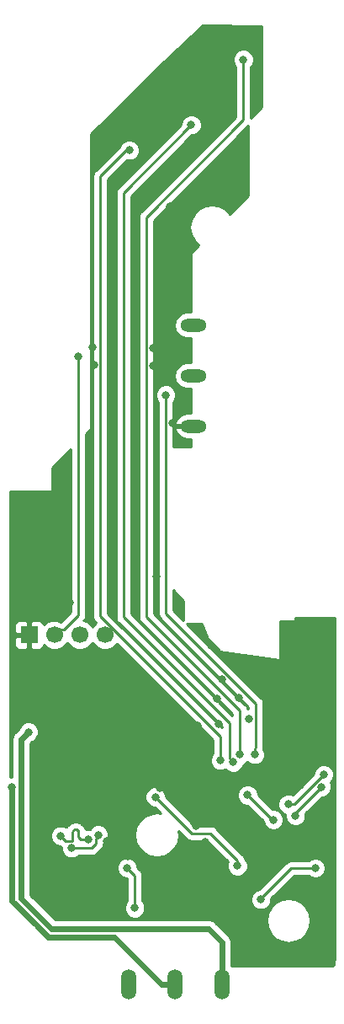
<source format=gbr>
G04 #@! TF.GenerationSoftware,KiCad,Pcbnew,(6.0.0-rc1-dev-1027-g90233e5ec)*
G04 #@! TF.CreationDate,2019-01-09T23:19:54+01:00*
G04 #@! TF.ProjectId,eBoard_remote_control,65426F6172645F72656D6F74655F636F,rev?*
G04 #@! TF.SameCoordinates,Original*
G04 #@! TF.FileFunction,Copper,L2,Bot*
G04 #@! TF.FilePolarity,Positive*
%FSLAX46Y46*%
G04 Gerber Fmt 4.6, Leading zero omitted, Abs format (unit mm)*
G04 Created by KiCad (PCBNEW (6.0.0-rc1-dev-1027-g90233e5ec)) date 09.01.2019 23.19.54*
%MOMM*%
%LPD*%
G01*
G04 APERTURE LIST*
G04 #@! TA.AperFunction,ComponentPad*
%ADD10O,2.616000X1.308000*%
G04 #@! TD*
G04 #@! TA.AperFunction,ComponentPad*
%ADD11O,1.508000X3.016000*%
G04 #@! TD*
G04 #@! TA.AperFunction,ComponentPad*
%ADD12C,1.700000*%
G04 #@! TD*
G04 #@! TA.AperFunction,ComponentPad*
%ADD13R,1.700000X1.700000*%
G04 #@! TD*
G04 #@! TA.AperFunction,ViaPad*
%ADD14C,0.800000*%
G04 #@! TD*
G04 #@! TA.AperFunction,Conductor*
%ADD15C,0.250000*%
G04 #@! TD*
G04 #@! TA.AperFunction,Conductor*
%ADD16C,0.600000*%
G04 #@! TD*
G04 #@! TA.AperFunction,Conductor*
%ADD17C,0.254000*%
G04 #@! TD*
G04 APERTURE END LIST*
D10*
G04 #@! TO.P,S1,P1*
G04 #@! TO.N,GND*
X196606160Y-98811080D03*
G04 #@! TO.P,S1,P3*
G04 #@! TO.N,Net-(S1-PadP3)*
X196606160Y-88651080D03*
G04 #@! TO.P,S1,P2*
G04 #@! TO.N,/P0.07*
X196606160Y-93731080D03*
G04 #@! TD*
D11*
G04 #@! TO.P,S2,2*
G04 #@! TO.N,VBAT*
X194716400Y-154914600D03*
G04 #@! TO.P,S2,1*
G04 #@! TO.N,/VBB*
X199416400Y-154914600D03*
G04 #@! TO.P,S2,3*
G04 #@! TO.N,Net-(S2-Pad3)*
X190016400Y-154914600D03*
G04 #@! TD*
D12*
G04 #@! TO.P,DIS1,SDA*
G04 #@! TO.N,/SDA*
X187645040Y-119781320D03*
G04 #@! TO.P,DIS1,SCL*
G04 #@! TO.N,/SCL*
X185105040Y-119781320D03*
G04 #@! TO.P,DIS1,VCC*
G04 #@! TO.N,3.3V*
X182565040Y-119781320D03*
D13*
G04 #@! TO.P,DIS1,GND*
G04 #@! TO.N,GND*
X180025040Y-119781320D03*
G04 #@! TD*
D14*
G04 #@! TO.N,*
X202148440Y-128264920D03*
G04 #@! TO.N,GND*
X180812440Y-138856720D03*
X187062463Y-144196018D03*
X187087863Y-143180018D03*
X185944863Y-144196018D03*
X186046463Y-143078418D03*
X207134263Y-118866156D03*
X183706935Y-125991568D03*
X180509263Y-137795218D03*
X181144263Y-145364418D03*
X183220277Y-127810316D03*
X183098440Y-146532600D03*
X190433960Y-124485400D03*
X190342520Y-122915680D03*
X184861200Y-136855200D03*
X182905400Y-134975600D03*
X181330600Y-134645400D03*
X188810900Y-134124700D03*
X182968900Y-129336800D03*
X180898800Y-112420400D03*
X180898800Y-113703100D03*
X181051200Y-114909600D03*
X187883800Y-140500100D03*
X180035200Y-121412000D03*
X205892400Y-131864100D03*
X197789800Y-140601700D03*
X184053480Y-147518120D03*
X183372760Y-142295880D03*
X180715920Y-144287240D03*
X183067960Y-132130800D03*
X185877200Y-130688080D03*
X186801760Y-128361440D03*
X194853560Y-131978400D03*
X199268080Y-138856720D03*
X196839840Y-138983720D03*
X193172080Y-135163560D03*
X189478920Y-139146280D03*
X204409040Y-136535160D03*
X201259440Y-136966960D03*
X189382400Y-145999200D03*
X181041040Y-130144520D03*
X198856600Y-69088000D03*
X192943480Y-73939400D03*
X192521840Y-90972640D03*
X190784480Y-91074240D03*
X188341000Y-90992960D03*
X183875680Y-109407960D03*
X186060080Y-110373160D03*
X188341000Y-111480600D03*
X190601600Y-112903000D03*
X192836800Y-113944400D03*
X197510400Y-119938800D03*
X186563000Y-92689680D03*
X188356240Y-92730320D03*
X190703200Y-92730320D03*
X192481200Y-92770960D03*
X198323200Y-120827800D03*
X199938640Y-122128280D03*
X204089000Y-122910600D03*
X199450960Y-124241560D03*
X198968360Y-126232920D03*
X201173080Y-126116080D03*
X202260200Y-124393960D03*
X201660760Y-122864880D03*
X208198720Y-119400320D03*
X206288640Y-129854960D03*
X205892400Y-131864100D03*
X205892400Y-131864100D03*
X206598520Y-130881120D03*
X207294480Y-129738120D03*
X207543400Y-130804920D03*
X197032880Y-131734560D03*
X196027040Y-131790440D03*
X195696840Y-132775960D03*
X194630040Y-132969000D03*
X195046600Y-116890800D03*
X204216000Y-127568960D03*
X199085200Y-128706880D03*
X197002400Y-128910080D03*
X186258200Y-118262400D03*
X184124600Y-116560600D03*
X179984400Y-114645440D03*
X180365400Y-117637560D03*
X182209440Y-117551200D03*
X186385200Y-90855800D03*
X192714880Y-66629280D03*
X196484240Y-62712600D03*
X187289440Y-70500240D03*
X199847200Y-71831200D03*
X189966600Y-142041880D03*
X199110600Y-142443200D03*
X202341480Y-141980920D03*
X201076560Y-140131800D03*
X209692240Y-137378440D03*
X207299560Y-134884160D03*
X210047840Y-130997960D03*
X194472560Y-98506280D03*
X183819800Y-122326400D03*
X189509400Y-73431400D03*
X194233800Y-76733400D03*
X203936600Y-124968000D03*
X183311800Y-138404600D03*
G04 #@! TO.N,3.3V*
X184978040Y-91805760D03*
X192724866Y-136057989D03*
X200994853Y-142996493D03*
G04 #@! TO.N,VBAT*
X178318160Y-135092440D03*
G04 #@! TO.N,/SWDIO*
X209682080Y-133802120D03*
X206105760Y-136789160D03*
G04 #@! TO.N,/SWCLK*
X209442893Y-135066613D03*
X206830693Y-137943203D03*
G04 #@! TO.N,/RESET*
X208838800Y-143210280D03*
X203352400Y-146359880D03*
G04 #@! TO.N,/P0.07*
X202717263Y-131795520D03*
X193781680Y-95676720D03*
G04 #@! TO.N,/TXD*
X202016360Y-135869680D03*
X204612240Y-138353800D03*
G04 #@! TO.N,/DTR*
X190652400Y-147218400D03*
X189890400Y-143187618D03*
G04 #@! TO.N,/USBD-*
X185973972Y-140317578D03*
X183205120Y-139979400D03*
G04 #@! TO.N,/USBD+*
X184307951Y-141201466D03*
X186975954Y-139882489D03*
G04 #@! TO.N,/A0*
X199277221Y-132385474D03*
X190119000Y-71094600D03*
G04 #@! TO.N,/A1*
X200587154Y-132583509D03*
X196352160Y-68549520D03*
G04 #@! TO.N,/A2*
X201234040Y-131820920D03*
X201594720Y-61981080D03*
G04 #@! TO.N,/VBB*
X179964080Y-129555240D03*
G04 #@! TD*
D15*
G04 #@! TO.N,GND*
X194777360Y-98811080D02*
X194472560Y-98506280D01*
X196606160Y-98811080D02*
X194777360Y-98811080D01*
G04 #@! TO.N,3.3V*
X183103799Y-119257201D02*
X183490479Y-119257201D01*
X182549800Y-119811200D02*
X183103799Y-119257201D01*
X183490479Y-119257201D02*
X184978040Y-117769640D01*
X184978040Y-117769640D02*
X184978040Y-91805760D01*
X196375598Y-139708721D02*
X192724866Y-136057989D01*
X198272766Y-139708721D02*
X196375598Y-139708721D01*
X200994853Y-142996493D02*
X200994853Y-142430808D01*
X200994853Y-142430808D02*
X198272766Y-139708721D01*
D16*
G04 #@! TO.N,VBAT*
X180741320Y-148925280D02*
X178318160Y-146502120D01*
X180746709Y-148925280D02*
X180741320Y-148925280D01*
X178318160Y-135092440D02*
X178318160Y-146502120D01*
X181942959Y-150121530D02*
X180746709Y-148925280D01*
X188569330Y-150121530D02*
X181942959Y-150121530D01*
X193362400Y-154914600D02*
X188569330Y-150121530D01*
X194716400Y-154914600D02*
X193362400Y-154914600D01*
D15*
G04 #@! TO.N,/SWDIO*
X206105760Y-136718040D02*
X206105760Y-136789160D01*
X206695040Y-136789160D02*
X206105760Y-136789160D01*
X209682080Y-133802120D02*
X206695040Y-136789160D01*
G04 #@! TO.N,/SWCLK*
X209442893Y-135066613D02*
X206830693Y-137678813D01*
X206830693Y-137678813D02*
X206830693Y-137943203D01*
G04 #@! TO.N,/RESET*
X208838800Y-143210280D02*
X206390240Y-143210280D01*
X206390240Y-143210280D02*
X203352400Y-146248120D01*
X203352400Y-146248120D02*
X203352400Y-146359880D01*
G04 #@! TO.N,/P0.07*
X193781680Y-116545360D02*
X193781680Y-95676720D01*
X193781680Y-117612160D02*
X193781680Y-116545360D01*
X202717263Y-131795520D02*
X202717263Y-131229835D01*
X202717263Y-131229835D02*
X202859640Y-131087458D01*
X202859640Y-131087458D02*
X202859640Y-126690120D01*
X202859640Y-126690120D02*
X193781680Y-117612160D01*
G04 #@! TO.N,/TXD*
X202016360Y-135869680D02*
X204500480Y-138353800D01*
X204500480Y-138353800D02*
X204612240Y-138353800D01*
G04 #@! TO.N,/DTR*
X190652400Y-147218400D02*
X190652400Y-143949618D01*
X190652400Y-143949618D02*
X189890400Y-143187618D01*
G04 #@! TO.N,/USBD-*
X184322363Y-140467578D02*
X183688218Y-140467578D01*
X184339052Y-140465697D02*
X184322363Y-140467578D01*
X184354904Y-140460150D02*
X184339052Y-140465697D01*
X184395482Y-140409267D02*
X184389935Y-140425119D01*
X184369124Y-140451215D02*
X184354904Y-140460150D01*
X184397363Y-140392578D02*
X184395482Y-140409267D01*
X184404884Y-139550822D02*
X184397363Y-139617578D01*
X184427072Y-139487413D02*
X184404884Y-139550822D01*
X184389935Y-140425119D02*
X184381000Y-140439339D01*
X184462813Y-139430532D02*
X184427072Y-139487413D01*
X184510316Y-139383029D02*
X184462813Y-139430532D01*
X184381000Y-140439339D02*
X184369124Y-140451215D01*
X184567197Y-139347288D02*
X184510316Y-139383029D01*
X184630606Y-139325100D02*
X184567197Y-139347288D01*
X184697363Y-139317578D02*
X184630606Y-139325100D01*
X185062813Y-140204625D02*
X185027072Y-140147744D01*
X185110316Y-140252128D02*
X185062813Y-140204625D01*
X185167197Y-140287869D02*
X185110316Y-140252128D01*
X184989841Y-139550822D02*
X184967653Y-139487413D01*
X185973972Y-140317578D02*
X185297363Y-140317578D01*
X185027072Y-140147744D02*
X185004884Y-140084335D01*
X184997363Y-139617578D02*
X184989841Y-139550822D01*
X184764119Y-139325100D02*
X184697363Y-139317578D01*
X185297363Y-140317578D02*
X185230606Y-140310057D01*
X184827528Y-139347288D02*
X184764119Y-139325100D01*
X184931912Y-139430532D02*
X184884409Y-139383029D01*
X185004884Y-140084335D02*
X184997363Y-140017578D01*
X184997363Y-140017578D02*
X184997363Y-139617578D01*
X184397363Y-139617578D02*
X184397363Y-140392578D01*
X184967653Y-139487413D02*
X184931912Y-139430532D01*
X185230606Y-140310057D02*
X185167197Y-140287869D01*
X184884409Y-139383029D02*
X184827528Y-139347288D01*
X183109865Y-139889225D02*
X183109865Y-139889225D01*
X183688218Y-140467578D02*
X183688218Y-140457418D01*
X183688218Y-140467578D02*
X183688218Y-140462498D01*
X183688218Y-140462498D02*
X183205120Y-139979400D01*
G04 #@! TO.N,/USBD+*
X186302066Y-141201466D02*
X184307951Y-141201466D01*
X186753663Y-140749869D02*
X186302066Y-141201466D01*
X186975954Y-140066989D02*
X186753663Y-140289280D01*
X186975954Y-139882489D02*
X186975954Y-140066989D01*
X186753663Y-140289280D02*
X186753663Y-140749869D01*
G04 #@! TO.N,/A0*
X199277221Y-130001261D02*
X199277221Y-132385474D01*
X187203080Y-117927120D02*
X199277221Y-130001261D01*
X187203080Y-117927120D02*
X187203080Y-73685400D01*
X187203080Y-73685400D02*
X189793880Y-71094600D01*
X189793880Y-71094600D02*
X190119000Y-71094600D01*
G04 #@! TO.N,/A1*
X189509400Y-117068600D02*
X189509400Y-79593440D01*
X200187155Y-132183510D02*
X200187155Y-128665835D01*
X200587154Y-132583509D02*
X200187155Y-132183510D01*
X189509400Y-117988080D02*
X189509400Y-117068600D01*
X200187155Y-128665835D02*
X189509400Y-117988080D01*
X189509400Y-79593440D02*
X189509400Y-75392280D01*
X189509400Y-75392280D02*
X196352160Y-68549520D01*
G04 #@! TO.N,/A2*
X201234040Y-127365760D02*
X191810640Y-117942360D01*
X201234040Y-131820920D02*
X201234040Y-127365760D01*
X191810640Y-93060520D02*
X191810640Y-117942360D01*
X191810640Y-93060520D02*
X191810640Y-77840840D01*
X191810640Y-77840840D02*
X201594720Y-68056760D01*
X201594720Y-68056760D02*
X201594720Y-61981080D01*
D16*
G04 #@! TO.N,/VBB*
X199416400Y-150655400D02*
X199416400Y-151409400D01*
X198082520Y-149321520D02*
X199416400Y-150655400D01*
X182274333Y-149321520D02*
X198082520Y-149321520D01*
X179237640Y-146284827D02*
X182274333Y-149321520D01*
X179237640Y-130281680D02*
X179237640Y-146284827D01*
X179964080Y-129555240D02*
X179237640Y-130281680D01*
X199416400Y-151409400D02*
X199416400Y-154914600D01*
G04 #@! TD*
D17*
G04 #@! TO.N,GND*
G36*
X184218040Y-106700320D02*
X182326280Y-106700320D01*
X182326280Y-102998806D01*
X184218041Y-101107045D01*
X184218040Y-106700320D01*
X184218040Y-106700320D01*
G37*
X184218040Y-106700320D02*
X182326280Y-106700320D01*
X182326280Y-102998806D01*
X184218041Y-101107045D01*
X184218040Y-106700320D01*
G36*
X203443361Y-58589763D02*
X203433742Y-66789972D01*
X202354720Y-67868994D01*
X202354720Y-62684791D01*
X202472151Y-62567360D01*
X202629720Y-62186954D01*
X202629720Y-61775206D01*
X202472151Y-61394800D01*
X202181000Y-61103649D01*
X201800594Y-60946080D01*
X201388846Y-60946080D01*
X201008440Y-61103649D01*
X200717289Y-61394800D01*
X200559720Y-61775206D01*
X200559720Y-62186954D01*
X200717289Y-62567360D01*
X200834721Y-62684792D01*
X200834720Y-67741958D01*
X191326168Y-77250511D01*
X191262712Y-77292911D01*
X191220312Y-77356367D01*
X191220311Y-77356368D01*
X191094737Y-77544303D01*
X191035752Y-77840840D01*
X191050641Y-77915692D01*
X191050640Y-92985668D01*
X191050640Y-92985669D01*
X191050641Y-106700320D01*
X190269400Y-106700320D01*
X190269400Y-75707081D01*
X196391962Y-69584520D01*
X196558034Y-69584520D01*
X196938440Y-69426951D01*
X197229591Y-69135800D01*
X197387160Y-68755394D01*
X197387160Y-68343646D01*
X197229591Y-67963240D01*
X196938440Y-67672089D01*
X196558034Y-67514520D01*
X196146286Y-67514520D01*
X195765880Y-67672089D01*
X195474729Y-67963240D01*
X195317160Y-68343646D01*
X195317160Y-68509718D01*
X189024928Y-74801951D01*
X188961472Y-74844351D01*
X188919072Y-74907807D01*
X188919071Y-74907808D01*
X188793497Y-75095743D01*
X188734512Y-75392280D01*
X188749401Y-75467132D01*
X188749400Y-79668291D01*
X188749401Y-79668296D01*
X188749400Y-106700320D01*
X187963080Y-106700320D01*
X187963080Y-74000201D01*
X189856951Y-72106332D01*
X189913126Y-72129600D01*
X190324874Y-72129600D01*
X190705280Y-71972031D01*
X190996431Y-71680880D01*
X191154000Y-71300474D01*
X191154000Y-70888726D01*
X190996431Y-70508320D01*
X190705280Y-70217169D01*
X190324874Y-70059600D01*
X189913126Y-70059600D01*
X189532720Y-70217169D01*
X189241569Y-70508320D01*
X189196464Y-70617213D01*
X186718608Y-73095071D01*
X186655152Y-73137471D01*
X186612752Y-73200927D01*
X186612751Y-73200928D01*
X186487177Y-73388863D01*
X186428192Y-73685400D01*
X186443081Y-73760252D01*
X186443080Y-106700320D01*
X185738040Y-106700320D01*
X185738040Y-99587046D01*
X186236243Y-99088843D01*
X186263773Y-99047641D01*
X186273440Y-98999040D01*
X186273440Y-69465858D01*
X193524226Y-62240922D01*
X197479208Y-58528948D01*
X203443361Y-58589763D01*
X203443361Y-58589763D01*
G37*
X203443361Y-58589763D02*
X203433742Y-66789972D01*
X202354720Y-67868994D01*
X202354720Y-62684791D01*
X202472151Y-62567360D01*
X202629720Y-62186954D01*
X202629720Y-61775206D01*
X202472151Y-61394800D01*
X202181000Y-61103649D01*
X201800594Y-60946080D01*
X201388846Y-60946080D01*
X201008440Y-61103649D01*
X200717289Y-61394800D01*
X200559720Y-61775206D01*
X200559720Y-62186954D01*
X200717289Y-62567360D01*
X200834721Y-62684792D01*
X200834720Y-67741958D01*
X191326168Y-77250511D01*
X191262712Y-77292911D01*
X191220312Y-77356367D01*
X191220311Y-77356368D01*
X191094737Y-77544303D01*
X191035752Y-77840840D01*
X191050641Y-77915692D01*
X191050640Y-92985668D01*
X191050640Y-92985669D01*
X191050641Y-106700320D01*
X190269400Y-106700320D01*
X190269400Y-75707081D01*
X196391962Y-69584520D01*
X196558034Y-69584520D01*
X196938440Y-69426951D01*
X197229591Y-69135800D01*
X197387160Y-68755394D01*
X197387160Y-68343646D01*
X197229591Y-67963240D01*
X196938440Y-67672089D01*
X196558034Y-67514520D01*
X196146286Y-67514520D01*
X195765880Y-67672089D01*
X195474729Y-67963240D01*
X195317160Y-68343646D01*
X195317160Y-68509718D01*
X189024928Y-74801951D01*
X188961472Y-74844351D01*
X188919072Y-74907807D01*
X188919071Y-74907808D01*
X188793497Y-75095743D01*
X188734512Y-75392280D01*
X188749401Y-75467132D01*
X188749400Y-79668291D01*
X188749401Y-79668296D01*
X188749400Y-106700320D01*
X187963080Y-106700320D01*
X187963080Y-74000201D01*
X189856951Y-72106332D01*
X189913126Y-72129600D01*
X190324874Y-72129600D01*
X190705280Y-71972031D01*
X190996431Y-71680880D01*
X191154000Y-71300474D01*
X191154000Y-70888726D01*
X190996431Y-70508320D01*
X190705280Y-70217169D01*
X190324874Y-70059600D01*
X189913126Y-70059600D01*
X189532720Y-70217169D01*
X189241569Y-70508320D01*
X189196464Y-70617213D01*
X186718608Y-73095071D01*
X186655152Y-73137471D01*
X186612752Y-73200927D01*
X186612751Y-73200928D01*
X186487177Y-73388863D01*
X186428192Y-73685400D01*
X186443081Y-73760252D01*
X186443080Y-106700320D01*
X185738040Y-106700320D01*
X185738040Y-99587046D01*
X186236243Y-99088843D01*
X186263773Y-99047641D01*
X186273440Y-98999040D01*
X186273440Y-69465858D01*
X193524226Y-62240922D01*
X197479208Y-58528948D01*
X203443361Y-58589763D01*
G36*
X202067160Y-75654634D02*
X200230356Y-77491438D01*
X199751418Y-77012500D01*
X199124653Y-76693147D01*
X198429880Y-76583106D01*
X197735107Y-76693147D01*
X197108342Y-77012500D01*
X196610940Y-77509902D01*
X196291587Y-78136667D01*
X196181546Y-78831440D01*
X196291587Y-79526213D01*
X196610940Y-80152978D01*
X197089878Y-80631916D01*
X196313157Y-81408637D01*
X196285627Y-81449839D01*
X196275960Y-81498440D01*
X196275960Y-87362080D01*
X195825205Y-87362080D01*
X195449217Y-87436869D01*
X195022843Y-87721763D01*
X194737949Y-88148137D01*
X194637907Y-88651080D01*
X194737949Y-89154023D01*
X195022843Y-89580397D01*
X195449217Y-89865291D01*
X195825205Y-89940080D01*
X196275960Y-89940080D01*
X196275960Y-92442080D01*
X195825205Y-92442080D01*
X195449217Y-92516869D01*
X195022843Y-92801763D01*
X194737949Y-93228137D01*
X194637907Y-93731080D01*
X194737949Y-94234023D01*
X195022843Y-94660397D01*
X195449217Y-94945291D01*
X195825205Y-95020080D01*
X196275960Y-95020080D01*
X196275960Y-97522080D01*
X195825160Y-97522080D01*
X195341548Y-97668800D01*
X194950896Y-97989422D01*
X194712678Y-98435134D01*
X194705092Y-98484981D01*
X194829068Y-98684080D01*
X196275960Y-98684080D01*
X196275960Y-98938080D01*
X194829068Y-98938080D01*
X194705092Y-99137179D01*
X194712678Y-99187026D01*
X194950896Y-99632738D01*
X195341548Y-99953360D01*
X195825160Y-100100080D01*
X196275960Y-100100080D01*
X196275960Y-100898960D01*
X194541680Y-100898960D01*
X194541680Y-96380431D01*
X194659111Y-96263000D01*
X194816680Y-95882594D01*
X194816680Y-95470846D01*
X194659111Y-95090440D01*
X194367960Y-94799289D01*
X193987554Y-94641720D01*
X193575806Y-94641720D01*
X193195400Y-94799289D01*
X192904249Y-95090440D01*
X192746680Y-95470846D01*
X192746680Y-95882594D01*
X192904249Y-96263000D01*
X193021681Y-96380432D01*
X193021680Y-106700320D01*
X192570640Y-106700320D01*
X192570640Y-78155641D01*
X202067160Y-68659122D01*
X202067160Y-75654634D01*
X202067160Y-75654634D01*
G37*
X202067160Y-75654634D02*
X200230356Y-77491438D01*
X199751418Y-77012500D01*
X199124653Y-76693147D01*
X198429880Y-76583106D01*
X197735107Y-76693147D01*
X197108342Y-77012500D01*
X196610940Y-77509902D01*
X196291587Y-78136667D01*
X196181546Y-78831440D01*
X196291587Y-79526213D01*
X196610940Y-80152978D01*
X197089878Y-80631916D01*
X196313157Y-81408637D01*
X196285627Y-81449839D01*
X196275960Y-81498440D01*
X196275960Y-87362080D01*
X195825205Y-87362080D01*
X195449217Y-87436869D01*
X195022843Y-87721763D01*
X194737949Y-88148137D01*
X194637907Y-88651080D01*
X194737949Y-89154023D01*
X195022843Y-89580397D01*
X195449217Y-89865291D01*
X195825205Y-89940080D01*
X196275960Y-89940080D01*
X196275960Y-92442080D01*
X195825205Y-92442080D01*
X195449217Y-92516869D01*
X195022843Y-92801763D01*
X194737949Y-93228137D01*
X194637907Y-93731080D01*
X194737949Y-94234023D01*
X195022843Y-94660397D01*
X195449217Y-94945291D01*
X195825205Y-95020080D01*
X196275960Y-95020080D01*
X196275960Y-97522080D01*
X195825160Y-97522080D01*
X195341548Y-97668800D01*
X194950896Y-97989422D01*
X194712678Y-98435134D01*
X194705092Y-98484981D01*
X194829068Y-98684080D01*
X196275960Y-98684080D01*
X196275960Y-98938080D01*
X194829068Y-98938080D01*
X194705092Y-99137179D01*
X194712678Y-99187026D01*
X194950896Y-99632738D01*
X195341548Y-99953360D01*
X195825160Y-100100080D01*
X196275960Y-100100080D01*
X196275960Y-100898960D01*
X194541680Y-100898960D01*
X194541680Y-96380431D01*
X194659111Y-96263000D01*
X194816680Y-95882594D01*
X194816680Y-95470846D01*
X194659111Y-95090440D01*
X194367960Y-94799289D01*
X193987554Y-94641720D01*
X193575806Y-94641720D01*
X193195400Y-94799289D01*
X192904249Y-95090440D01*
X192746680Y-95470846D01*
X192746680Y-95882594D01*
X192904249Y-96263000D01*
X193021681Y-96380432D01*
X193021680Y-106700320D01*
X192570640Y-106700320D01*
X192570640Y-78155641D01*
X202067160Y-68659122D01*
X202067160Y-75654634D01*
G36*
X184218040Y-117454838D02*
X183225387Y-118447492D01*
X182860425Y-118296320D01*
X182269655Y-118296320D01*
X181723855Y-118522398D01*
X181489890Y-118756363D01*
X181413367Y-118571622D01*
X181234739Y-118392993D01*
X181001350Y-118296320D01*
X180310790Y-118296320D01*
X180152040Y-118455070D01*
X180152040Y-119654320D01*
X180172040Y-119654320D01*
X180172040Y-119908320D01*
X180152040Y-119908320D01*
X180152040Y-121107570D01*
X180310790Y-121266320D01*
X181001350Y-121266320D01*
X181234739Y-121169647D01*
X181413367Y-120991018D01*
X181489890Y-120806277D01*
X181723855Y-121040242D01*
X182269655Y-121266320D01*
X182860425Y-121266320D01*
X183406225Y-121040242D01*
X183823962Y-120622505D01*
X183835040Y-120595760D01*
X183846118Y-120622505D01*
X184263855Y-121040242D01*
X184809655Y-121266320D01*
X185400425Y-121266320D01*
X185946225Y-121040242D01*
X186363962Y-120622505D01*
X186375040Y-120595760D01*
X186386118Y-120622505D01*
X186803855Y-121040242D01*
X187349655Y-121266320D01*
X187940425Y-121266320D01*
X188486225Y-121040242D01*
X188863813Y-120662654D01*
X198517221Y-130316063D01*
X198517222Y-131681762D01*
X198399790Y-131799194D01*
X198242221Y-132179600D01*
X198242221Y-132591348D01*
X198399790Y-132971754D01*
X198690941Y-133262905D01*
X199071347Y-133420474D01*
X199483095Y-133420474D01*
X199820606Y-133280672D01*
X200000874Y-133460940D01*
X200381280Y-133618509D01*
X200793028Y-133618509D01*
X201173434Y-133460940D01*
X201464585Y-133169789D01*
X201622154Y-132789383D01*
X201622154Y-132780434D01*
X201820320Y-132698351D01*
X201988352Y-132530320D01*
X202130983Y-132672951D01*
X202511389Y-132830520D01*
X202923137Y-132830520D01*
X203303543Y-132672951D01*
X203594694Y-132381800D01*
X203752263Y-132001394D01*
X203752263Y-131589646D01*
X203605240Y-131234701D01*
X203619640Y-131162310D01*
X203619640Y-131162306D01*
X203634528Y-131087459D01*
X203619640Y-131012612D01*
X203619640Y-126764966D01*
X203634528Y-126690119D01*
X203619640Y-126615272D01*
X203619640Y-126615268D01*
X203575544Y-126393583D01*
X203407569Y-126142191D01*
X203344113Y-126099791D01*
X195913121Y-118668800D01*
X197373229Y-118668800D01*
X197963787Y-120163274D01*
X197992097Y-120206403D01*
X199160497Y-121374803D01*
X199184197Y-121393441D01*
X199230727Y-121410483D01*
X205174327Y-122337583D01*
X205242501Y-122329433D01*
X205283703Y-122301903D01*
X205311233Y-122260701D01*
X205320900Y-122212100D01*
X205320900Y-118389400D01*
X206641700Y-118389400D01*
X206690301Y-118379733D01*
X206731503Y-118352203D01*
X206759033Y-118311001D01*
X206768700Y-118262400D01*
X206768700Y-118097300D01*
X210805254Y-118097300D01*
X210795012Y-151905324D01*
X210680869Y-152909775D01*
X210552434Y-153035000D01*
X200351400Y-153035000D01*
X200351400Y-150747481D01*
X200369716Y-150655399D01*
X200351400Y-150563315D01*
X200351400Y-150563314D01*
X200297150Y-150290581D01*
X200090497Y-149981303D01*
X200012431Y-149929141D01*
X198808781Y-148725492D01*
X198756617Y-148647423D01*
X198499616Y-148475700D01*
X203899467Y-148475700D01*
X204008818Y-149166116D01*
X204326168Y-149788949D01*
X204820451Y-150283232D01*
X205443284Y-150600582D01*
X206133700Y-150709933D01*
X206824116Y-150600582D01*
X207446949Y-150283232D01*
X207941232Y-149788949D01*
X208258582Y-149166116D01*
X208367933Y-148475700D01*
X208258582Y-147785284D01*
X207941232Y-147162451D01*
X207446949Y-146668168D01*
X206824116Y-146350818D01*
X206133700Y-146241467D01*
X205443284Y-146350818D01*
X204820451Y-146668168D01*
X204326168Y-147162451D01*
X204008818Y-147785284D01*
X203899467Y-148475700D01*
X198499616Y-148475700D01*
X198447339Y-148440770D01*
X198174606Y-148386520D01*
X198082520Y-148368203D01*
X197990434Y-148386520D01*
X182661623Y-148386520D01*
X180172640Y-145897538D01*
X180172640Y-142981744D01*
X188855400Y-142981744D01*
X188855400Y-143393492D01*
X189012969Y-143773898D01*
X189304120Y-144065049D01*
X189684526Y-144222618D01*
X189850598Y-144222618D01*
X189892401Y-144264421D01*
X189892400Y-146514689D01*
X189774969Y-146632120D01*
X189617400Y-147012526D01*
X189617400Y-147424274D01*
X189774969Y-147804680D01*
X190066120Y-148095831D01*
X190446526Y-148253400D01*
X190858274Y-148253400D01*
X191238680Y-148095831D01*
X191529831Y-147804680D01*
X191687400Y-147424274D01*
X191687400Y-147012526D01*
X191529831Y-146632120D01*
X191412400Y-146514689D01*
X191412400Y-146154006D01*
X202317400Y-146154006D01*
X202317400Y-146565754D01*
X202474969Y-146946160D01*
X202766120Y-147237311D01*
X203146526Y-147394880D01*
X203558274Y-147394880D01*
X203938680Y-147237311D01*
X204229831Y-146946160D01*
X204387400Y-146565754D01*
X204387400Y-146287921D01*
X206705042Y-143970280D01*
X208135089Y-143970280D01*
X208252520Y-144087711D01*
X208632926Y-144245280D01*
X209044674Y-144245280D01*
X209425080Y-144087711D01*
X209716231Y-143796560D01*
X209873800Y-143416154D01*
X209873800Y-143004406D01*
X209716231Y-142624000D01*
X209425080Y-142332849D01*
X209044674Y-142175280D01*
X208632926Y-142175280D01*
X208252520Y-142332849D01*
X208135089Y-142450280D01*
X206465088Y-142450280D01*
X206390240Y-142435392D01*
X206315392Y-142450280D01*
X206315388Y-142450280D01*
X206093703Y-142494376D01*
X205842311Y-142662351D01*
X205799911Y-142725807D01*
X203200839Y-145324880D01*
X203146526Y-145324880D01*
X202766120Y-145482449D01*
X202474969Y-145773600D01*
X202317400Y-146154006D01*
X191412400Y-146154006D01*
X191412400Y-144024466D01*
X191427288Y-143949618D01*
X191412400Y-143874770D01*
X191412400Y-143874766D01*
X191368304Y-143653081D01*
X191368304Y-143653080D01*
X191242729Y-143465145D01*
X191200329Y-143401689D01*
X191136873Y-143359289D01*
X190925400Y-143147816D01*
X190925400Y-142981744D01*
X190767831Y-142601338D01*
X190476680Y-142310187D01*
X190096274Y-142152618D01*
X189684526Y-142152618D01*
X189304120Y-142310187D01*
X189012969Y-142601338D01*
X188855400Y-142981744D01*
X180172640Y-142981744D01*
X180172640Y-139773526D01*
X182170120Y-139773526D01*
X182170120Y-140185274D01*
X182327689Y-140565680D01*
X182618840Y-140856831D01*
X182999246Y-141014400D01*
X183139549Y-141014400D01*
X183140289Y-141015507D01*
X183272951Y-141104149D01*
X183272951Y-141407340D01*
X183430520Y-141787746D01*
X183721671Y-142078897D01*
X184102077Y-142236466D01*
X184513825Y-142236466D01*
X184894231Y-142078897D01*
X185011662Y-141961466D01*
X186227219Y-141961466D01*
X186302066Y-141976354D01*
X186376913Y-141961466D01*
X186376918Y-141961466D01*
X186598603Y-141917370D01*
X186849995Y-141749395D01*
X186892397Y-141685936D01*
X187238133Y-141340200D01*
X187301592Y-141297798D01*
X187469567Y-141046406D01*
X187513663Y-140824721D01*
X187513663Y-140824717D01*
X187523348Y-140776027D01*
X187562234Y-140759920D01*
X187853385Y-140468769D01*
X188010954Y-140088363D01*
X188010954Y-139877800D01*
X190643207Y-139877800D01*
X190752558Y-140568216D01*
X191069908Y-141191049D01*
X191564191Y-141685332D01*
X192187024Y-142002682D01*
X192877440Y-142112033D01*
X193567856Y-142002682D01*
X194190689Y-141685332D01*
X194684972Y-141191049D01*
X195002322Y-140568216D01*
X195111673Y-139877800D01*
X195044263Y-139452187D01*
X195785268Y-140193193D01*
X195827669Y-140256650D01*
X195891125Y-140299050D01*
X196079060Y-140424625D01*
X196127203Y-140434201D01*
X196300746Y-140468721D01*
X196300750Y-140468721D01*
X196375598Y-140483609D01*
X196450446Y-140468721D01*
X197957965Y-140468721D01*
X200053581Y-142564339D01*
X199959853Y-142790619D01*
X199959853Y-143202367D01*
X200117422Y-143582773D01*
X200408573Y-143873924D01*
X200788979Y-144031493D01*
X201200727Y-144031493D01*
X201581133Y-143873924D01*
X201872284Y-143582773D01*
X202029853Y-143202367D01*
X202029853Y-142790619D01*
X201872284Y-142410213D01*
X201739167Y-142277096D01*
X201710757Y-142134271D01*
X201622832Y-142002682D01*
X201585182Y-141946334D01*
X201585180Y-141946332D01*
X201542782Y-141882879D01*
X201479329Y-141840481D01*
X198863097Y-139224251D01*
X198820695Y-139160792D01*
X198569303Y-138992817D01*
X198347618Y-138948721D01*
X198347613Y-138948721D01*
X198272766Y-138933833D01*
X198197919Y-138948721D01*
X196690400Y-138948721D01*
X193759866Y-136018188D01*
X193759866Y-135852115D01*
X193681867Y-135663806D01*
X200981360Y-135663806D01*
X200981360Y-136075554D01*
X201138929Y-136455960D01*
X201430080Y-136747111D01*
X201810486Y-136904680D01*
X201976559Y-136904680D01*
X203577240Y-138505362D01*
X203577240Y-138559674D01*
X203734809Y-138940080D01*
X204025960Y-139231231D01*
X204406366Y-139388800D01*
X204818114Y-139388800D01*
X205198520Y-139231231D01*
X205489671Y-138940080D01*
X205647240Y-138559674D01*
X205647240Y-138147926D01*
X205489671Y-137767520D01*
X205198520Y-137476369D01*
X204818114Y-137318800D01*
X204540282Y-137318800D01*
X203804768Y-136583286D01*
X205070760Y-136583286D01*
X205070760Y-136995034D01*
X205228329Y-137375440D01*
X205519480Y-137666591D01*
X205795693Y-137781002D01*
X205795693Y-138149077D01*
X205953262Y-138529483D01*
X206244413Y-138820634D01*
X206624819Y-138978203D01*
X207036567Y-138978203D01*
X207416973Y-138820634D01*
X207708124Y-138529483D01*
X207865693Y-138149077D01*
X207865693Y-137737329D01*
X207860212Y-137724096D01*
X209482695Y-136101613D01*
X209648767Y-136101613D01*
X210029173Y-135944044D01*
X210320324Y-135652893D01*
X210477893Y-135272487D01*
X210477893Y-134860739D01*
X210363454Y-134584457D01*
X210559511Y-134388400D01*
X210717080Y-134007994D01*
X210717080Y-133596246D01*
X210559511Y-133215840D01*
X210268360Y-132924689D01*
X209887954Y-132767120D01*
X209476206Y-132767120D01*
X209095800Y-132924689D01*
X208804649Y-133215840D01*
X208647080Y-133596246D01*
X208647080Y-133762317D01*
X206554599Y-135854799D01*
X206311634Y-135754160D01*
X205899886Y-135754160D01*
X205519480Y-135911729D01*
X205228329Y-136202880D01*
X205070760Y-136583286D01*
X203804768Y-136583286D01*
X203051360Y-135829879D01*
X203051360Y-135663806D01*
X202893791Y-135283400D01*
X202602640Y-134992249D01*
X202222234Y-134834680D01*
X201810486Y-134834680D01*
X201430080Y-134992249D01*
X201138929Y-135283400D01*
X200981360Y-135663806D01*
X193681867Y-135663806D01*
X193602297Y-135471709D01*
X193311146Y-135180558D01*
X192930740Y-135022989D01*
X192518992Y-135022989D01*
X192138586Y-135180558D01*
X191847435Y-135471709D01*
X191689866Y-135852115D01*
X191689866Y-136263863D01*
X191847435Y-136644269D01*
X192138586Y-136935420D01*
X192518992Y-137092989D01*
X192685065Y-137092989D01*
X193303053Y-137710977D01*
X192877440Y-137643567D01*
X192187024Y-137752918D01*
X191564191Y-138070268D01*
X191069908Y-138564551D01*
X190752558Y-139187384D01*
X190643207Y-139877800D01*
X188010954Y-139877800D01*
X188010954Y-139676615D01*
X187853385Y-139296209D01*
X187562234Y-139005058D01*
X187181828Y-138847489D01*
X186770080Y-138847489D01*
X186389674Y-139005058D01*
X186112154Y-139282578D01*
X185768098Y-139282578D01*
X185711845Y-139305879D01*
X185697266Y-139267687D01*
X185668039Y-139175990D01*
X185660911Y-139167549D01*
X185660281Y-139165748D01*
X185654818Y-139156486D01*
X185650985Y-139146446D01*
X185649971Y-139144831D01*
X185647815Y-139133995D01*
X185594346Y-139053972D01*
X185545441Y-138971067D01*
X185536610Y-138964421D01*
X185535596Y-138962807D01*
X185528215Y-138955000D01*
X185522241Y-138946059D01*
X185520891Y-138944709D01*
X185516379Y-138934626D01*
X185446438Y-138868503D01*
X185380315Y-138798562D01*
X185370231Y-138794050D01*
X185368881Y-138792700D01*
X185359943Y-138786728D01*
X185352134Y-138779345D01*
X185350520Y-138778331D01*
X185343874Y-138769500D01*
X185260966Y-138720593D01*
X185180946Y-138667126D01*
X185170110Y-138664970D01*
X185168495Y-138663956D01*
X185158455Y-138660123D01*
X185149193Y-138654660D01*
X185147390Y-138654029D01*
X185138950Y-138646902D01*
X185047248Y-138617673D01*
X184957329Y-138583349D01*
X184946284Y-138583659D01*
X184944481Y-138583028D01*
X184933839Y-138581526D01*
X184923597Y-138578261D01*
X184921697Y-138578047D01*
X184911875Y-138572973D01*
X184815959Y-138564883D01*
X184720674Y-138551431D01*
X184709975Y-138554191D01*
X184708079Y-138553977D01*
X184697363Y-138554881D01*
X184686647Y-138553977D01*
X184684750Y-138554191D01*
X184674051Y-138551431D01*
X184578764Y-138564884D01*
X184482851Y-138572973D01*
X184473029Y-138578047D01*
X184471129Y-138578261D01*
X184460887Y-138581525D01*
X184450244Y-138583028D01*
X184448444Y-138583658D01*
X184437396Y-138583348D01*
X184347475Y-138617673D01*
X184255775Y-138646901D01*
X184247333Y-138654030D01*
X184245532Y-138654660D01*
X184236270Y-138660123D01*
X184226230Y-138663956D01*
X184224615Y-138664970D01*
X184213779Y-138667126D01*
X184133756Y-138720595D01*
X184050851Y-138769500D01*
X184044205Y-138778331D01*
X184042591Y-138779345D01*
X184034784Y-138786726D01*
X184025843Y-138792700D01*
X184024493Y-138794050D01*
X184014410Y-138798562D01*
X183948287Y-138868503D01*
X183878346Y-138934626D01*
X183873834Y-138944710D01*
X183872484Y-138946060D01*
X183866512Y-138954998D01*
X183859129Y-138962807D01*
X183858115Y-138964421D01*
X183849284Y-138971067D01*
X183800377Y-139053975D01*
X183773315Y-139094478D01*
X183410994Y-138944400D01*
X182999246Y-138944400D01*
X182618840Y-139101969D01*
X182327689Y-139393120D01*
X182170120Y-139773526D01*
X180172640Y-139773526D01*
X180172640Y-130668969D01*
X180308939Y-130532671D01*
X180550360Y-130432671D01*
X180841511Y-130141520D01*
X180999080Y-129761114D01*
X180999080Y-129349366D01*
X180841511Y-128968960D01*
X180550360Y-128677809D01*
X180169954Y-128520240D01*
X179758206Y-128520240D01*
X179377800Y-128677809D01*
X179086649Y-128968960D01*
X178986649Y-129210381D01*
X178641612Y-129555419D01*
X178563543Y-129607583D01*
X178356891Y-129916861D01*
X178356890Y-129916862D01*
X178284323Y-130281680D01*
X178302640Y-130373766D01*
X178302640Y-134057440D01*
X178123051Y-134057440D01*
X178117369Y-120067070D01*
X178540040Y-120067070D01*
X178540040Y-120757629D01*
X178636713Y-120991018D01*
X178815341Y-121169647D01*
X179048730Y-121266320D01*
X179739290Y-121266320D01*
X179898040Y-121107570D01*
X179898040Y-119908320D01*
X178698790Y-119908320D01*
X178540040Y-120067070D01*
X178117369Y-120067070D01*
X178116857Y-118805011D01*
X178540040Y-118805011D01*
X178540040Y-119495570D01*
X178698790Y-119654320D01*
X179898040Y-119654320D01*
X179898040Y-118455070D01*
X179739290Y-118296320D01*
X179048730Y-118296320D01*
X178815341Y-118392993D01*
X178636713Y-118571622D01*
X178540040Y-118805011D01*
X178116857Y-118805011D01*
X178111389Y-105346500D01*
X184218040Y-105346500D01*
X184218040Y-117454838D01*
X184218040Y-117454838D01*
G37*
X184218040Y-117454838D02*
X183225387Y-118447492D01*
X182860425Y-118296320D01*
X182269655Y-118296320D01*
X181723855Y-118522398D01*
X181489890Y-118756363D01*
X181413367Y-118571622D01*
X181234739Y-118392993D01*
X181001350Y-118296320D01*
X180310790Y-118296320D01*
X180152040Y-118455070D01*
X180152040Y-119654320D01*
X180172040Y-119654320D01*
X180172040Y-119908320D01*
X180152040Y-119908320D01*
X180152040Y-121107570D01*
X180310790Y-121266320D01*
X181001350Y-121266320D01*
X181234739Y-121169647D01*
X181413367Y-120991018D01*
X181489890Y-120806277D01*
X181723855Y-121040242D01*
X182269655Y-121266320D01*
X182860425Y-121266320D01*
X183406225Y-121040242D01*
X183823962Y-120622505D01*
X183835040Y-120595760D01*
X183846118Y-120622505D01*
X184263855Y-121040242D01*
X184809655Y-121266320D01*
X185400425Y-121266320D01*
X185946225Y-121040242D01*
X186363962Y-120622505D01*
X186375040Y-120595760D01*
X186386118Y-120622505D01*
X186803855Y-121040242D01*
X187349655Y-121266320D01*
X187940425Y-121266320D01*
X188486225Y-121040242D01*
X188863813Y-120662654D01*
X198517221Y-130316063D01*
X198517222Y-131681762D01*
X198399790Y-131799194D01*
X198242221Y-132179600D01*
X198242221Y-132591348D01*
X198399790Y-132971754D01*
X198690941Y-133262905D01*
X199071347Y-133420474D01*
X199483095Y-133420474D01*
X199820606Y-133280672D01*
X200000874Y-133460940D01*
X200381280Y-133618509D01*
X200793028Y-133618509D01*
X201173434Y-133460940D01*
X201464585Y-133169789D01*
X201622154Y-132789383D01*
X201622154Y-132780434D01*
X201820320Y-132698351D01*
X201988352Y-132530320D01*
X202130983Y-132672951D01*
X202511389Y-132830520D01*
X202923137Y-132830520D01*
X203303543Y-132672951D01*
X203594694Y-132381800D01*
X203752263Y-132001394D01*
X203752263Y-131589646D01*
X203605240Y-131234701D01*
X203619640Y-131162310D01*
X203619640Y-131162306D01*
X203634528Y-131087459D01*
X203619640Y-131012612D01*
X203619640Y-126764966D01*
X203634528Y-126690119D01*
X203619640Y-126615272D01*
X203619640Y-126615268D01*
X203575544Y-126393583D01*
X203407569Y-126142191D01*
X203344113Y-126099791D01*
X195913121Y-118668800D01*
X197373229Y-118668800D01*
X197963787Y-120163274D01*
X197992097Y-120206403D01*
X199160497Y-121374803D01*
X199184197Y-121393441D01*
X199230727Y-121410483D01*
X205174327Y-122337583D01*
X205242501Y-122329433D01*
X205283703Y-122301903D01*
X205311233Y-122260701D01*
X205320900Y-122212100D01*
X205320900Y-118389400D01*
X206641700Y-118389400D01*
X206690301Y-118379733D01*
X206731503Y-118352203D01*
X206759033Y-118311001D01*
X206768700Y-118262400D01*
X206768700Y-118097300D01*
X210805254Y-118097300D01*
X210795012Y-151905324D01*
X210680869Y-152909775D01*
X210552434Y-153035000D01*
X200351400Y-153035000D01*
X200351400Y-150747481D01*
X200369716Y-150655399D01*
X200351400Y-150563315D01*
X200351400Y-150563314D01*
X200297150Y-150290581D01*
X200090497Y-149981303D01*
X200012431Y-149929141D01*
X198808781Y-148725492D01*
X198756617Y-148647423D01*
X198499616Y-148475700D01*
X203899467Y-148475700D01*
X204008818Y-149166116D01*
X204326168Y-149788949D01*
X204820451Y-150283232D01*
X205443284Y-150600582D01*
X206133700Y-150709933D01*
X206824116Y-150600582D01*
X207446949Y-150283232D01*
X207941232Y-149788949D01*
X208258582Y-149166116D01*
X208367933Y-148475700D01*
X208258582Y-147785284D01*
X207941232Y-147162451D01*
X207446949Y-146668168D01*
X206824116Y-146350818D01*
X206133700Y-146241467D01*
X205443284Y-146350818D01*
X204820451Y-146668168D01*
X204326168Y-147162451D01*
X204008818Y-147785284D01*
X203899467Y-148475700D01*
X198499616Y-148475700D01*
X198447339Y-148440770D01*
X198174606Y-148386520D01*
X198082520Y-148368203D01*
X197990434Y-148386520D01*
X182661623Y-148386520D01*
X180172640Y-145897538D01*
X180172640Y-142981744D01*
X188855400Y-142981744D01*
X188855400Y-143393492D01*
X189012969Y-143773898D01*
X189304120Y-144065049D01*
X189684526Y-144222618D01*
X189850598Y-144222618D01*
X189892401Y-144264421D01*
X189892400Y-146514689D01*
X189774969Y-146632120D01*
X189617400Y-147012526D01*
X189617400Y-147424274D01*
X189774969Y-147804680D01*
X190066120Y-148095831D01*
X190446526Y-148253400D01*
X190858274Y-148253400D01*
X191238680Y-148095831D01*
X191529831Y-147804680D01*
X191687400Y-147424274D01*
X191687400Y-147012526D01*
X191529831Y-146632120D01*
X191412400Y-146514689D01*
X191412400Y-146154006D01*
X202317400Y-146154006D01*
X202317400Y-146565754D01*
X202474969Y-146946160D01*
X202766120Y-147237311D01*
X203146526Y-147394880D01*
X203558274Y-147394880D01*
X203938680Y-147237311D01*
X204229831Y-146946160D01*
X204387400Y-146565754D01*
X204387400Y-146287921D01*
X206705042Y-143970280D01*
X208135089Y-143970280D01*
X208252520Y-144087711D01*
X208632926Y-144245280D01*
X209044674Y-144245280D01*
X209425080Y-144087711D01*
X209716231Y-143796560D01*
X209873800Y-143416154D01*
X209873800Y-143004406D01*
X209716231Y-142624000D01*
X209425080Y-142332849D01*
X209044674Y-142175280D01*
X208632926Y-142175280D01*
X208252520Y-142332849D01*
X208135089Y-142450280D01*
X206465088Y-142450280D01*
X206390240Y-142435392D01*
X206315392Y-142450280D01*
X206315388Y-142450280D01*
X206093703Y-142494376D01*
X205842311Y-142662351D01*
X205799911Y-142725807D01*
X203200839Y-145324880D01*
X203146526Y-145324880D01*
X202766120Y-145482449D01*
X202474969Y-145773600D01*
X202317400Y-146154006D01*
X191412400Y-146154006D01*
X191412400Y-144024466D01*
X191427288Y-143949618D01*
X191412400Y-143874770D01*
X191412400Y-143874766D01*
X191368304Y-143653081D01*
X191368304Y-143653080D01*
X191242729Y-143465145D01*
X191200329Y-143401689D01*
X191136873Y-143359289D01*
X190925400Y-143147816D01*
X190925400Y-142981744D01*
X190767831Y-142601338D01*
X190476680Y-142310187D01*
X190096274Y-142152618D01*
X189684526Y-142152618D01*
X189304120Y-142310187D01*
X189012969Y-142601338D01*
X188855400Y-142981744D01*
X180172640Y-142981744D01*
X180172640Y-139773526D01*
X182170120Y-139773526D01*
X182170120Y-140185274D01*
X182327689Y-140565680D01*
X182618840Y-140856831D01*
X182999246Y-141014400D01*
X183139549Y-141014400D01*
X183140289Y-141015507D01*
X183272951Y-141104149D01*
X183272951Y-141407340D01*
X183430520Y-141787746D01*
X183721671Y-142078897D01*
X184102077Y-142236466D01*
X184513825Y-142236466D01*
X184894231Y-142078897D01*
X185011662Y-141961466D01*
X186227219Y-141961466D01*
X186302066Y-141976354D01*
X186376913Y-141961466D01*
X186376918Y-141961466D01*
X186598603Y-141917370D01*
X186849995Y-141749395D01*
X186892397Y-141685936D01*
X187238133Y-141340200D01*
X187301592Y-141297798D01*
X187469567Y-141046406D01*
X187513663Y-140824721D01*
X187513663Y-140824717D01*
X187523348Y-140776027D01*
X187562234Y-140759920D01*
X187853385Y-140468769D01*
X188010954Y-140088363D01*
X188010954Y-139877800D01*
X190643207Y-139877800D01*
X190752558Y-140568216D01*
X191069908Y-141191049D01*
X191564191Y-141685332D01*
X192187024Y-142002682D01*
X192877440Y-142112033D01*
X193567856Y-142002682D01*
X194190689Y-141685332D01*
X194684972Y-141191049D01*
X195002322Y-140568216D01*
X195111673Y-139877800D01*
X195044263Y-139452187D01*
X195785268Y-140193193D01*
X195827669Y-140256650D01*
X195891125Y-140299050D01*
X196079060Y-140424625D01*
X196127203Y-140434201D01*
X196300746Y-140468721D01*
X196300750Y-140468721D01*
X196375598Y-140483609D01*
X196450446Y-140468721D01*
X197957965Y-140468721D01*
X200053581Y-142564339D01*
X199959853Y-142790619D01*
X199959853Y-143202367D01*
X200117422Y-143582773D01*
X200408573Y-143873924D01*
X200788979Y-144031493D01*
X201200727Y-144031493D01*
X201581133Y-143873924D01*
X201872284Y-143582773D01*
X202029853Y-143202367D01*
X202029853Y-142790619D01*
X201872284Y-142410213D01*
X201739167Y-142277096D01*
X201710757Y-142134271D01*
X201622832Y-142002682D01*
X201585182Y-141946334D01*
X201585180Y-141946332D01*
X201542782Y-141882879D01*
X201479329Y-141840481D01*
X198863097Y-139224251D01*
X198820695Y-139160792D01*
X198569303Y-138992817D01*
X198347618Y-138948721D01*
X198347613Y-138948721D01*
X198272766Y-138933833D01*
X198197919Y-138948721D01*
X196690400Y-138948721D01*
X193759866Y-136018188D01*
X193759866Y-135852115D01*
X193681867Y-135663806D01*
X200981360Y-135663806D01*
X200981360Y-136075554D01*
X201138929Y-136455960D01*
X201430080Y-136747111D01*
X201810486Y-136904680D01*
X201976559Y-136904680D01*
X203577240Y-138505362D01*
X203577240Y-138559674D01*
X203734809Y-138940080D01*
X204025960Y-139231231D01*
X204406366Y-139388800D01*
X204818114Y-139388800D01*
X205198520Y-139231231D01*
X205489671Y-138940080D01*
X205647240Y-138559674D01*
X205647240Y-138147926D01*
X205489671Y-137767520D01*
X205198520Y-137476369D01*
X204818114Y-137318800D01*
X204540282Y-137318800D01*
X203804768Y-136583286D01*
X205070760Y-136583286D01*
X205070760Y-136995034D01*
X205228329Y-137375440D01*
X205519480Y-137666591D01*
X205795693Y-137781002D01*
X205795693Y-138149077D01*
X205953262Y-138529483D01*
X206244413Y-138820634D01*
X206624819Y-138978203D01*
X207036567Y-138978203D01*
X207416973Y-138820634D01*
X207708124Y-138529483D01*
X207865693Y-138149077D01*
X207865693Y-137737329D01*
X207860212Y-137724096D01*
X209482695Y-136101613D01*
X209648767Y-136101613D01*
X210029173Y-135944044D01*
X210320324Y-135652893D01*
X210477893Y-135272487D01*
X210477893Y-134860739D01*
X210363454Y-134584457D01*
X210559511Y-134388400D01*
X210717080Y-134007994D01*
X210717080Y-133596246D01*
X210559511Y-133215840D01*
X210268360Y-132924689D01*
X209887954Y-132767120D01*
X209476206Y-132767120D01*
X209095800Y-132924689D01*
X208804649Y-133215840D01*
X208647080Y-133596246D01*
X208647080Y-133762317D01*
X206554599Y-135854799D01*
X206311634Y-135754160D01*
X205899886Y-135754160D01*
X205519480Y-135911729D01*
X205228329Y-136202880D01*
X205070760Y-136583286D01*
X203804768Y-136583286D01*
X203051360Y-135829879D01*
X203051360Y-135663806D01*
X202893791Y-135283400D01*
X202602640Y-134992249D01*
X202222234Y-134834680D01*
X201810486Y-134834680D01*
X201430080Y-134992249D01*
X201138929Y-135283400D01*
X200981360Y-135663806D01*
X193681867Y-135663806D01*
X193602297Y-135471709D01*
X193311146Y-135180558D01*
X192930740Y-135022989D01*
X192518992Y-135022989D01*
X192138586Y-135180558D01*
X191847435Y-135471709D01*
X191689866Y-135852115D01*
X191689866Y-136263863D01*
X191847435Y-136644269D01*
X192138586Y-136935420D01*
X192518992Y-137092989D01*
X192685065Y-137092989D01*
X193303053Y-137710977D01*
X192877440Y-137643567D01*
X192187024Y-137752918D01*
X191564191Y-138070268D01*
X191069908Y-138564551D01*
X190752558Y-139187384D01*
X190643207Y-139877800D01*
X188010954Y-139877800D01*
X188010954Y-139676615D01*
X187853385Y-139296209D01*
X187562234Y-139005058D01*
X187181828Y-138847489D01*
X186770080Y-138847489D01*
X186389674Y-139005058D01*
X186112154Y-139282578D01*
X185768098Y-139282578D01*
X185711845Y-139305879D01*
X185697266Y-139267687D01*
X185668039Y-139175990D01*
X185660911Y-139167549D01*
X185660281Y-139165748D01*
X185654818Y-139156486D01*
X185650985Y-139146446D01*
X185649971Y-139144831D01*
X185647815Y-139133995D01*
X185594346Y-139053972D01*
X185545441Y-138971067D01*
X185536610Y-138964421D01*
X185535596Y-138962807D01*
X185528215Y-138955000D01*
X185522241Y-138946059D01*
X185520891Y-138944709D01*
X185516379Y-138934626D01*
X185446438Y-138868503D01*
X185380315Y-138798562D01*
X185370231Y-138794050D01*
X185368881Y-138792700D01*
X185359943Y-138786728D01*
X185352134Y-138779345D01*
X185350520Y-138778331D01*
X185343874Y-138769500D01*
X185260966Y-138720593D01*
X185180946Y-138667126D01*
X185170110Y-138664970D01*
X185168495Y-138663956D01*
X185158455Y-138660123D01*
X185149193Y-138654660D01*
X185147390Y-138654029D01*
X185138950Y-138646902D01*
X185047248Y-138617673D01*
X184957329Y-138583349D01*
X184946284Y-138583659D01*
X184944481Y-138583028D01*
X184933839Y-138581526D01*
X184923597Y-138578261D01*
X184921697Y-138578047D01*
X184911875Y-138572973D01*
X184815959Y-138564883D01*
X184720674Y-138551431D01*
X184709975Y-138554191D01*
X184708079Y-138553977D01*
X184697363Y-138554881D01*
X184686647Y-138553977D01*
X184684750Y-138554191D01*
X184674051Y-138551431D01*
X184578764Y-138564884D01*
X184482851Y-138572973D01*
X184473029Y-138578047D01*
X184471129Y-138578261D01*
X184460887Y-138581525D01*
X184450244Y-138583028D01*
X184448444Y-138583658D01*
X184437396Y-138583348D01*
X184347475Y-138617673D01*
X184255775Y-138646901D01*
X184247333Y-138654030D01*
X184245532Y-138654660D01*
X184236270Y-138660123D01*
X184226230Y-138663956D01*
X184224615Y-138664970D01*
X184213779Y-138667126D01*
X184133756Y-138720595D01*
X184050851Y-138769500D01*
X184044205Y-138778331D01*
X184042591Y-138779345D01*
X184034784Y-138786726D01*
X184025843Y-138792700D01*
X184024493Y-138794050D01*
X184014410Y-138798562D01*
X183948287Y-138868503D01*
X183878346Y-138934626D01*
X183873834Y-138944710D01*
X183872484Y-138946060D01*
X183866512Y-138954998D01*
X183859129Y-138962807D01*
X183858115Y-138964421D01*
X183849284Y-138971067D01*
X183800377Y-139053975D01*
X183773315Y-139094478D01*
X183410994Y-138944400D01*
X182999246Y-138944400D01*
X182618840Y-139101969D01*
X182327689Y-139393120D01*
X182170120Y-139773526D01*
X180172640Y-139773526D01*
X180172640Y-130668969D01*
X180308939Y-130532671D01*
X180550360Y-130432671D01*
X180841511Y-130141520D01*
X180999080Y-129761114D01*
X180999080Y-129349366D01*
X180841511Y-128968960D01*
X180550360Y-128677809D01*
X180169954Y-128520240D01*
X179758206Y-128520240D01*
X179377800Y-128677809D01*
X179086649Y-128968960D01*
X178986649Y-129210381D01*
X178641612Y-129555419D01*
X178563543Y-129607583D01*
X178356891Y-129916861D01*
X178356890Y-129916862D01*
X178284323Y-130281680D01*
X178302640Y-130373766D01*
X178302640Y-134057440D01*
X178123051Y-134057440D01*
X178117369Y-120067070D01*
X178540040Y-120067070D01*
X178540040Y-120757629D01*
X178636713Y-120991018D01*
X178815341Y-121169647D01*
X179048730Y-121266320D01*
X179739290Y-121266320D01*
X179898040Y-121107570D01*
X179898040Y-119908320D01*
X178698790Y-119908320D01*
X178540040Y-120067070D01*
X178117369Y-120067070D01*
X178116857Y-118805011D01*
X178540040Y-118805011D01*
X178540040Y-119495570D01*
X178698790Y-119654320D01*
X179898040Y-119654320D01*
X179898040Y-118455070D01*
X179739290Y-118296320D01*
X179048730Y-118296320D01*
X178815341Y-118392993D01*
X178636713Y-118571622D01*
X178540040Y-118805011D01*
X178116857Y-118805011D01*
X178111389Y-105346500D01*
X184218040Y-105346500D01*
X184218040Y-117454838D01*
G36*
X188749400Y-117143451D02*
X188749401Y-117143455D01*
X188749400Y-117913232D01*
X188734512Y-117988080D01*
X188749400Y-118062927D01*
X188749400Y-118062931D01*
X188793496Y-118284616D01*
X188961471Y-118536009D01*
X189024930Y-118578411D01*
X199427156Y-128980638D01*
X199427156Y-129076394D01*
X187963080Y-117612319D01*
X187963080Y-105346500D01*
X188749400Y-105346500D01*
X188749400Y-117143451D01*
X188749400Y-117143451D01*
G37*
X188749400Y-117143451D02*
X188749401Y-117143455D01*
X188749400Y-117913232D01*
X188734512Y-117988080D01*
X188749400Y-118062927D01*
X188749400Y-118062931D01*
X188793496Y-118284616D01*
X188961471Y-118536009D01*
X189024930Y-118578411D01*
X199427156Y-128980638D01*
X199427156Y-129076394D01*
X187963080Y-117612319D01*
X187963080Y-105346500D01*
X188749400Y-105346500D01*
X188749400Y-117143451D01*
G36*
X191050641Y-117867508D02*
X191035752Y-117942360D01*
X191094737Y-118238897D01*
X191188841Y-118379733D01*
X191262712Y-118490289D01*
X191326168Y-118532689D01*
X200474041Y-127680563D01*
X200474041Y-127877919D01*
X190269400Y-117673279D01*
X190269400Y-105346500D01*
X191050640Y-105346500D01*
X191050641Y-117867508D01*
X191050641Y-117867508D01*
G37*
X191050641Y-117867508D02*
X191035752Y-117942360D01*
X191094737Y-118238897D01*
X191188841Y-118379733D01*
X191262712Y-118490289D01*
X191326168Y-118532689D01*
X200474041Y-127680563D01*
X200474041Y-127877919D01*
X190269400Y-117673279D01*
X190269400Y-105346500D01*
X191050640Y-105346500D01*
X191050641Y-117867508D01*
G36*
X193021680Y-116620211D02*
X193021681Y-116620215D01*
X193021680Y-117537313D01*
X193006792Y-117612160D01*
X193021680Y-117687007D01*
X193021680Y-117687011D01*
X193065776Y-117908696D01*
X193233751Y-118160089D01*
X193297210Y-118202491D01*
X202099641Y-127004923D01*
X202099641Y-127229920D01*
X201981909Y-127229920D01*
X201949944Y-127069223D01*
X201781969Y-126817831D01*
X201718513Y-126775431D01*
X192570640Y-117627559D01*
X192570640Y-105346500D01*
X193021681Y-105346500D01*
X193021680Y-116620211D01*
X193021680Y-116620211D01*
G37*
X193021680Y-116620211D02*
X193021681Y-116620215D01*
X193021680Y-117537313D01*
X193006792Y-117612160D01*
X193021680Y-117687007D01*
X193021680Y-117687011D01*
X193065776Y-117908696D01*
X193233751Y-118160089D01*
X193297210Y-118202491D01*
X202099641Y-127004923D01*
X202099641Y-127229920D01*
X201981909Y-127229920D01*
X201949944Y-127069223D01*
X201781969Y-126817831D01*
X201718513Y-126775431D01*
X192570640Y-117627559D01*
X192570640Y-105346500D01*
X193021681Y-105346500D01*
X193021680Y-116620211D01*
G36*
X186443080Y-117852273D02*
X186428192Y-117927120D01*
X186443080Y-118001967D01*
X186443080Y-118001971D01*
X186487176Y-118223656D01*
X186655151Y-118475049D01*
X186718610Y-118517451D01*
X186763706Y-118562547D01*
X186386118Y-118940135D01*
X186375040Y-118966880D01*
X186363962Y-118940135D01*
X185946225Y-118522398D01*
X185497557Y-118336553D01*
X185525969Y-118317569D01*
X185693944Y-118066177D01*
X185738040Y-117844492D01*
X185738040Y-117844487D01*
X185752928Y-117769640D01*
X185738040Y-117694793D01*
X185738040Y-105346500D01*
X186443080Y-105346500D01*
X186443080Y-117852273D01*
X186443080Y-117852273D01*
G37*
X186443080Y-117852273D02*
X186428192Y-117927120D01*
X186443080Y-118001967D01*
X186443080Y-118001971D01*
X186487176Y-118223656D01*
X186655151Y-118475049D01*
X186718610Y-118517451D01*
X186763706Y-118562547D01*
X186386118Y-118940135D01*
X186375040Y-118966880D01*
X186363962Y-118940135D01*
X185946225Y-118522398D01*
X185497557Y-118336553D01*
X185525969Y-118317569D01*
X185693944Y-118066177D01*
X185738040Y-117844492D01*
X185738040Y-117844487D01*
X185752928Y-117769640D01*
X185738040Y-117694793D01*
X185738040Y-105346500D01*
X186443080Y-105346500D01*
X186443080Y-117852273D01*
G36*
X195541900Y-116375943D02*
X195541900Y-118297579D01*
X194541680Y-117297359D01*
X194541680Y-115309369D01*
X195541900Y-116375943D01*
X195541900Y-116375943D01*
G37*
X195541900Y-116375943D02*
X195541900Y-118297579D01*
X194541680Y-117297359D01*
X194541680Y-115309369D01*
X195541900Y-116375943D01*
G04 #@! TD*
M02*

</source>
